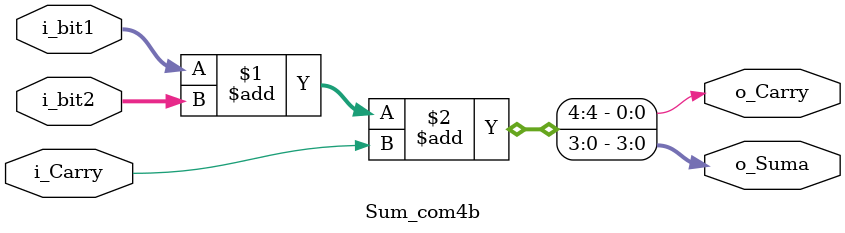
<source format=v>
module Sum_com4b (
input [3:0] i_bit1,
input [3:0] i_bit2,
input i_Carry,
output [3:0] o_Suma,
output o_Carry
);
assign {o_Carry, o_Suma} = i_bit1 + i_bit2 + i_Carry;

endmodule
</source>
